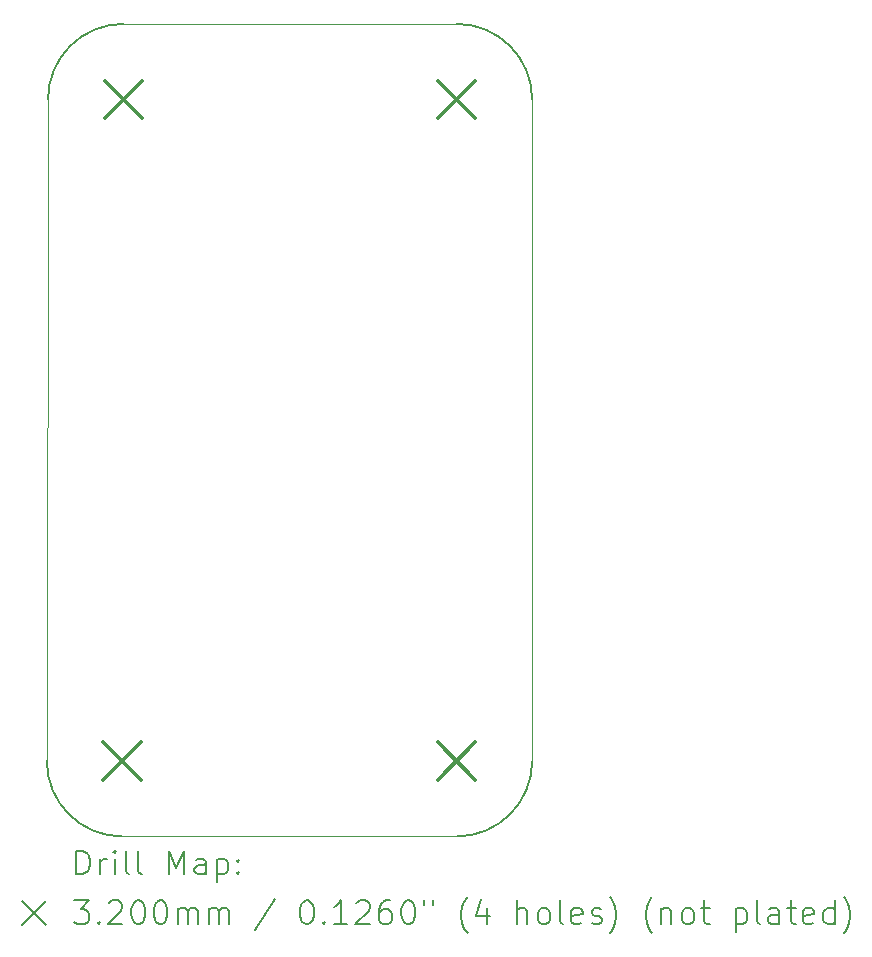
<source format=gbr>
%TF.GenerationSoftware,KiCad,Pcbnew,7.0.7*%
%TF.CreationDate,2023-10-16T17:55:57+02:00*%
%TF.ProjectId,arduino-nano-radio-transmitter,61726475-696e-46f2-9d6e-616e6f2d7261,0*%
%TF.SameCoordinates,Original*%
%TF.FileFunction,Drillmap*%
%TF.FilePolarity,Positive*%
%FSLAX45Y45*%
G04 Gerber Fmt 4.5, Leading zero omitted, Abs format (unit mm)*
G04 Created by KiCad (PCBNEW 7.0.7) date 2023-10-16 17:55:57*
%MOMM*%
%LPD*%
G01*
G04 APERTURE LIST*
%ADD10C,0.100000*%
%ADD11C,0.200000*%
%ADD12C,0.320000*%
G04 APERTURE END LIST*
D10*
X7840000Y-3310000D02*
X10660000Y-3310000D01*
X11300000Y-3950000D02*
X11300000Y-9550000D01*
X10660000Y-10190000D02*
X7830000Y-10190000D01*
D11*
X7190000Y-9550000D02*
G75*
G03*
X7830000Y-10190000I640000J0D01*
G01*
X11300000Y-3950000D02*
G75*
G03*
X10660000Y-3310000I-640000J0D01*
G01*
D10*
X7190000Y-9550000D02*
X7200000Y-3950000D01*
D11*
X7840000Y-3310000D02*
G75*
G03*
X7200000Y-3950000I0J-640000D01*
G01*
X10660000Y-10190000D02*
G75*
G03*
X11300000Y-9550000I0J640000D01*
G01*
D12*
X7670000Y-9390000D02*
X7990000Y-9710000D01*
X7990000Y-9390000D02*
X7670000Y-9710000D01*
X7680000Y-3790000D02*
X8000000Y-4110000D01*
X8000000Y-3790000D02*
X7680000Y-4110000D01*
X10500000Y-3790000D02*
X10820000Y-4110000D01*
X10820000Y-3790000D02*
X10500000Y-4110000D01*
X10500000Y-9390000D02*
X10820000Y-9710000D01*
X10820000Y-9390000D02*
X10500000Y-9710000D01*
D11*
X7440777Y-10511484D02*
X7440777Y-10311484D01*
X7440777Y-10311484D02*
X7488396Y-10311484D01*
X7488396Y-10311484D02*
X7516967Y-10321008D01*
X7516967Y-10321008D02*
X7536015Y-10340055D01*
X7536015Y-10340055D02*
X7545539Y-10359103D01*
X7545539Y-10359103D02*
X7555062Y-10397198D01*
X7555062Y-10397198D02*
X7555062Y-10425770D01*
X7555062Y-10425770D02*
X7545539Y-10463865D01*
X7545539Y-10463865D02*
X7536015Y-10482912D01*
X7536015Y-10482912D02*
X7516967Y-10501960D01*
X7516967Y-10501960D02*
X7488396Y-10511484D01*
X7488396Y-10511484D02*
X7440777Y-10511484D01*
X7640777Y-10511484D02*
X7640777Y-10378150D01*
X7640777Y-10416246D02*
X7650301Y-10397198D01*
X7650301Y-10397198D02*
X7659824Y-10387674D01*
X7659824Y-10387674D02*
X7678872Y-10378150D01*
X7678872Y-10378150D02*
X7697920Y-10378150D01*
X7764586Y-10511484D02*
X7764586Y-10378150D01*
X7764586Y-10311484D02*
X7755062Y-10321008D01*
X7755062Y-10321008D02*
X7764586Y-10330531D01*
X7764586Y-10330531D02*
X7774110Y-10321008D01*
X7774110Y-10321008D02*
X7764586Y-10311484D01*
X7764586Y-10311484D02*
X7764586Y-10330531D01*
X7888396Y-10511484D02*
X7869348Y-10501960D01*
X7869348Y-10501960D02*
X7859824Y-10482912D01*
X7859824Y-10482912D02*
X7859824Y-10311484D01*
X7993158Y-10511484D02*
X7974110Y-10501960D01*
X7974110Y-10501960D02*
X7964586Y-10482912D01*
X7964586Y-10482912D02*
X7964586Y-10311484D01*
X8221729Y-10511484D02*
X8221729Y-10311484D01*
X8221729Y-10311484D02*
X8288396Y-10454341D01*
X8288396Y-10454341D02*
X8355062Y-10311484D01*
X8355062Y-10311484D02*
X8355062Y-10511484D01*
X8536015Y-10511484D02*
X8536015Y-10406722D01*
X8536015Y-10406722D02*
X8526491Y-10387674D01*
X8526491Y-10387674D02*
X8507444Y-10378150D01*
X8507444Y-10378150D02*
X8469348Y-10378150D01*
X8469348Y-10378150D02*
X8450301Y-10387674D01*
X8536015Y-10501960D02*
X8516967Y-10511484D01*
X8516967Y-10511484D02*
X8469348Y-10511484D01*
X8469348Y-10511484D02*
X8450301Y-10501960D01*
X8450301Y-10501960D02*
X8440777Y-10482912D01*
X8440777Y-10482912D02*
X8440777Y-10463865D01*
X8440777Y-10463865D02*
X8450301Y-10444817D01*
X8450301Y-10444817D02*
X8469348Y-10435293D01*
X8469348Y-10435293D02*
X8516967Y-10435293D01*
X8516967Y-10435293D02*
X8536015Y-10425770D01*
X8631253Y-10378150D02*
X8631253Y-10578150D01*
X8631253Y-10387674D02*
X8650301Y-10378150D01*
X8650301Y-10378150D02*
X8688396Y-10378150D01*
X8688396Y-10378150D02*
X8707444Y-10387674D01*
X8707444Y-10387674D02*
X8716967Y-10397198D01*
X8716967Y-10397198D02*
X8726491Y-10416246D01*
X8726491Y-10416246D02*
X8726491Y-10473389D01*
X8726491Y-10473389D02*
X8716967Y-10492436D01*
X8716967Y-10492436D02*
X8707444Y-10501960D01*
X8707444Y-10501960D02*
X8688396Y-10511484D01*
X8688396Y-10511484D02*
X8650301Y-10511484D01*
X8650301Y-10511484D02*
X8631253Y-10501960D01*
X8812205Y-10492436D02*
X8821729Y-10501960D01*
X8821729Y-10501960D02*
X8812205Y-10511484D01*
X8812205Y-10511484D02*
X8802682Y-10501960D01*
X8802682Y-10501960D02*
X8812205Y-10492436D01*
X8812205Y-10492436D02*
X8812205Y-10511484D01*
X8812205Y-10387674D02*
X8821729Y-10397198D01*
X8821729Y-10397198D02*
X8812205Y-10406722D01*
X8812205Y-10406722D02*
X8802682Y-10397198D01*
X8802682Y-10397198D02*
X8812205Y-10387674D01*
X8812205Y-10387674D02*
X8812205Y-10406722D01*
X6980000Y-10740000D02*
X7180000Y-10940000D01*
X7180000Y-10740000D02*
X6980000Y-10940000D01*
X7421729Y-10731484D02*
X7545539Y-10731484D01*
X7545539Y-10731484D02*
X7478872Y-10807674D01*
X7478872Y-10807674D02*
X7507443Y-10807674D01*
X7507443Y-10807674D02*
X7526491Y-10817198D01*
X7526491Y-10817198D02*
X7536015Y-10826722D01*
X7536015Y-10826722D02*
X7545539Y-10845770D01*
X7545539Y-10845770D02*
X7545539Y-10893389D01*
X7545539Y-10893389D02*
X7536015Y-10912436D01*
X7536015Y-10912436D02*
X7526491Y-10921960D01*
X7526491Y-10921960D02*
X7507443Y-10931484D01*
X7507443Y-10931484D02*
X7450301Y-10931484D01*
X7450301Y-10931484D02*
X7431253Y-10921960D01*
X7431253Y-10921960D02*
X7421729Y-10912436D01*
X7631253Y-10912436D02*
X7640777Y-10921960D01*
X7640777Y-10921960D02*
X7631253Y-10931484D01*
X7631253Y-10931484D02*
X7621729Y-10921960D01*
X7621729Y-10921960D02*
X7631253Y-10912436D01*
X7631253Y-10912436D02*
X7631253Y-10931484D01*
X7716967Y-10750531D02*
X7726491Y-10741008D01*
X7726491Y-10741008D02*
X7745539Y-10731484D01*
X7745539Y-10731484D02*
X7793158Y-10731484D01*
X7793158Y-10731484D02*
X7812205Y-10741008D01*
X7812205Y-10741008D02*
X7821729Y-10750531D01*
X7821729Y-10750531D02*
X7831253Y-10769579D01*
X7831253Y-10769579D02*
X7831253Y-10788627D01*
X7831253Y-10788627D02*
X7821729Y-10817198D01*
X7821729Y-10817198D02*
X7707443Y-10931484D01*
X7707443Y-10931484D02*
X7831253Y-10931484D01*
X7955062Y-10731484D02*
X7974110Y-10731484D01*
X7974110Y-10731484D02*
X7993158Y-10741008D01*
X7993158Y-10741008D02*
X8002682Y-10750531D01*
X8002682Y-10750531D02*
X8012205Y-10769579D01*
X8012205Y-10769579D02*
X8021729Y-10807674D01*
X8021729Y-10807674D02*
X8021729Y-10855293D01*
X8021729Y-10855293D02*
X8012205Y-10893389D01*
X8012205Y-10893389D02*
X8002682Y-10912436D01*
X8002682Y-10912436D02*
X7993158Y-10921960D01*
X7993158Y-10921960D02*
X7974110Y-10931484D01*
X7974110Y-10931484D02*
X7955062Y-10931484D01*
X7955062Y-10931484D02*
X7936015Y-10921960D01*
X7936015Y-10921960D02*
X7926491Y-10912436D01*
X7926491Y-10912436D02*
X7916967Y-10893389D01*
X7916967Y-10893389D02*
X7907443Y-10855293D01*
X7907443Y-10855293D02*
X7907443Y-10807674D01*
X7907443Y-10807674D02*
X7916967Y-10769579D01*
X7916967Y-10769579D02*
X7926491Y-10750531D01*
X7926491Y-10750531D02*
X7936015Y-10741008D01*
X7936015Y-10741008D02*
X7955062Y-10731484D01*
X8145539Y-10731484D02*
X8164586Y-10731484D01*
X8164586Y-10731484D02*
X8183634Y-10741008D01*
X8183634Y-10741008D02*
X8193158Y-10750531D01*
X8193158Y-10750531D02*
X8202682Y-10769579D01*
X8202682Y-10769579D02*
X8212205Y-10807674D01*
X8212205Y-10807674D02*
X8212205Y-10855293D01*
X8212205Y-10855293D02*
X8202682Y-10893389D01*
X8202682Y-10893389D02*
X8193158Y-10912436D01*
X8193158Y-10912436D02*
X8183634Y-10921960D01*
X8183634Y-10921960D02*
X8164586Y-10931484D01*
X8164586Y-10931484D02*
X8145539Y-10931484D01*
X8145539Y-10931484D02*
X8126491Y-10921960D01*
X8126491Y-10921960D02*
X8116967Y-10912436D01*
X8116967Y-10912436D02*
X8107443Y-10893389D01*
X8107443Y-10893389D02*
X8097920Y-10855293D01*
X8097920Y-10855293D02*
X8097920Y-10807674D01*
X8097920Y-10807674D02*
X8107443Y-10769579D01*
X8107443Y-10769579D02*
X8116967Y-10750531D01*
X8116967Y-10750531D02*
X8126491Y-10741008D01*
X8126491Y-10741008D02*
X8145539Y-10731484D01*
X8297920Y-10931484D02*
X8297920Y-10798150D01*
X8297920Y-10817198D02*
X8307443Y-10807674D01*
X8307443Y-10807674D02*
X8326491Y-10798150D01*
X8326491Y-10798150D02*
X8355063Y-10798150D01*
X8355063Y-10798150D02*
X8374110Y-10807674D01*
X8374110Y-10807674D02*
X8383634Y-10826722D01*
X8383634Y-10826722D02*
X8383634Y-10931484D01*
X8383634Y-10826722D02*
X8393158Y-10807674D01*
X8393158Y-10807674D02*
X8412205Y-10798150D01*
X8412205Y-10798150D02*
X8440777Y-10798150D01*
X8440777Y-10798150D02*
X8459825Y-10807674D01*
X8459825Y-10807674D02*
X8469348Y-10826722D01*
X8469348Y-10826722D02*
X8469348Y-10931484D01*
X8564586Y-10931484D02*
X8564586Y-10798150D01*
X8564586Y-10817198D02*
X8574110Y-10807674D01*
X8574110Y-10807674D02*
X8593158Y-10798150D01*
X8593158Y-10798150D02*
X8621729Y-10798150D01*
X8621729Y-10798150D02*
X8640777Y-10807674D01*
X8640777Y-10807674D02*
X8650301Y-10826722D01*
X8650301Y-10826722D02*
X8650301Y-10931484D01*
X8650301Y-10826722D02*
X8659825Y-10807674D01*
X8659825Y-10807674D02*
X8678872Y-10798150D01*
X8678872Y-10798150D02*
X8707444Y-10798150D01*
X8707444Y-10798150D02*
X8726491Y-10807674D01*
X8726491Y-10807674D02*
X8736015Y-10826722D01*
X8736015Y-10826722D02*
X8736015Y-10931484D01*
X9126491Y-10721960D02*
X8955063Y-10979103D01*
X9383634Y-10731484D02*
X9402682Y-10731484D01*
X9402682Y-10731484D02*
X9421729Y-10741008D01*
X9421729Y-10741008D02*
X9431253Y-10750531D01*
X9431253Y-10750531D02*
X9440777Y-10769579D01*
X9440777Y-10769579D02*
X9450301Y-10807674D01*
X9450301Y-10807674D02*
X9450301Y-10855293D01*
X9450301Y-10855293D02*
X9440777Y-10893389D01*
X9440777Y-10893389D02*
X9431253Y-10912436D01*
X9431253Y-10912436D02*
X9421729Y-10921960D01*
X9421729Y-10921960D02*
X9402682Y-10931484D01*
X9402682Y-10931484D02*
X9383634Y-10931484D01*
X9383634Y-10931484D02*
X9364587Y-10921960D01*
X9364587Y-10921960D02*
X9355063Y-10912436D01*
X9355063Y-10912436D02*
X9345539Y-10893389D01*
X9345539Y-10893389D02*
X9336015Y-10855293D01*
X9336015Y-10855293D02*
X9336015Y-10807674D01*
X9336015Y-10807674D02*
X9345539Y-10769579D01*
X9345539Y-10769579D02*
X9355063Y-10750531D01*
X9355063Y-10750531D02*
X9364587Y-10741008D01*
X9364587Y-10741008D02*
X9383634Y-10731484D01*
X9536015Y-10912436D02*
X9545539Y-10921960D01*
X9545539Y-10921960D02*
X9536015Y-10931484D01*
X9536015Y-10931484D02*
X9526491Y-10921960D01*
X9526491Y-10921960D02*
X9536015Y-10912436D01*
X9536015Y-10912436D02*
X9536015Y-10931484D01*
X9736015Y-10931484D02*
X9621729Y-10931484D01*
X9678872Y-10931484D02*
X9678872Y-10731484D01*
X9678872Y-10731484D02*
X9659825Y-10760055D01*
X9659825Y-10760055D02*
X9640777Y-10779103D01*
X9640777Y-10779103D02*
X9621729Y-10788627D01*
X9812206Y-10750531D02*
X9821729Y-10741008D01*
X9821729Y-10741008D02*
X9840777Y-10731484D01*
X9840777Y-10731484D02*
X9888396Y-10731484D01*
X9888396Y-10731484D02*
X9907444Y-10741008D01*
X9907444Y-10741008D02*
X9916968Y-10750531D01*
X9916968Y-10750531D02*
X9926491Y-10769579D01*
X9926491Y-10769579D02*
X9926491Y-10788627D01*
X9926491Y-10788627D02*
X9916968Y-10817198D01*
X9916968Y-10817198D02*
X9802682Y-10931484D01*
X9802682Y-10931484D02*
X9926491Y-10931484D01*
X10097920Y-10731484D02*
X10059825Y-10731484D01*
X10059825Y-10731484D02*
X10040777Y-10741008D01*
X10040777Y-10741008D02*
X10031253Y-10750531D01*
X10031253Y-10750531D02*
X10012206Y-10779103D01*
X10012206Y-10779103D02*
X10002682Y-10817198D01*
X10002682Y-10817198D02*
X10002682Y-10893389D01*
X10002682Y-10893389D02*
X10012206Y-10912436D01*
X10012206Y-10912436D02*
X10021729Y-10921960D01*
X10021729Y-10921960D02*
X10040777Y-10931484D01*
X10040777Y-10931484D02*
X10078872Y-10931484D01*
X10078872Y-10931484D02*
X10097920Y-10921960D01*
X10097920Y-10921960D02*
X10107444Y-10912436D01*
X10107444Y-10912436D02*
X10116968Y-10893389D01*
X10116968Y-10893389D02*
X10116968Y-10845770D01*
X10116968Y-10845770D02*
X10107444Y-10826722D01*
X10107444Y-10826722D02*
X10097920Y-10817198D01*
X10097920Y-10817198D02*
X10078872Y-10807674D01*
X10078872Y-10807674D02*
X10040777Y-10807674D01*
X10040777Y-10807674D02*
X10021729Y-10817198D01*
X10021729Y-10817198D02*
X10012206Y-10826722D01*
X10012206Y-10826722D02*
X10002682Y-10845770D01*
X10240777Y-10731484D02*
X10259825Y-10731484D01*
X10259825Y-10731484D02*
X10278872Y-10741008D01*
X10278872Y-10741008D02*
X10288396Y-10750531D01*
X10288396Y-10750531D02*
X10297920Y-10769579D01*
X10297920Y-10769579D02*
X10307444Y-10807674D01*
X10307444Y-10807674D02*
X10307444Y-10855293D01*
X10307444Y-10855293D02*
X10297920Y-10893389D01*
X10297920Y-10893389D02*
X10288396Y-10912436D01*
X10288396Y-10912436D02*
X10278872Y-10921960D01*
X10278872Y-10921960D02*
X10259825Y-10931484D01*
X10259825Y-10931484D02*
X10240777Y-10931484D01*
X10240777Y-10931484D02*
X10221729Y-10921960D01*
X10221729Y-10921960D02*
X10212206Y-10912436D01*
X10212206Y-10912436D02*
X10202682Y-10893389D01*
X10202682Y-10893389D02*
X10193158Y-10855293D01*
X10193158Y-10855293D02*
X10193158Y-10807674D01*
X10193158Y-10807674D02*
X10202682Y-10769579D01*
X10202682Y-10769579D02*
X10212206Y-10750531D01*
X10212206Y-10750531D02*
X10221729Y-10741008D01*
X10221729Y-10741008D02*
X10240777Y-10731484D01*
X10383634Y-10731484D02*
X10383634Y-10769579D01*
X10459825Y-10731484D02*
X10459825Y-10769579D01*
X10755063Y-11007674D02*
X10745539Y-10998150D01*
X10745539Y-10998150D02*
X10726491Y-10969579D01*
X10726491Y-10969579D02*
X10716968Y-10950531D01*
X10716968Y-10950531D02*
X10707444Y-10921960D01*
X10707444Y-10921960D02*
X10697920Y-10874341D01*
X10697920Y-10874341D02*
X10697920Y-10836246D01*
X10697920Y-10836246D02*
X10707444Y-10788627D01*
X10707444Y-10788627D02*
X10716968Y-10760055D01*
X10716968Y-10760055D02*
X10726491Y-10741008D01*
X10726491Y-10741008D02*
X10745539Y-10712436D01*
X10745539Y-10712436D02*
X10755063Y-10702912D01*
X10916968Y-10798150D02*
X10916968Y-10931484D01*
X10869349Y-10721960D02*
X10821730Y-10864817D01*
X10821730Y-10864817D02*
X10945539Y-10864817D01*
X11174111Y-10931484D02*
X11174111Y-10731484D01*
X11259825Y-10931484D02*
X11259825Y-10826722D01*
X11259825Y-10826722D02*
X11250301Y-10807674D01*
X11250301Y-10807674D02*
X11231253Y-10798150D01*
X11231253Y-10798150D02*
X11202682Y-10798150D01*
X11202682Y-10798150D02*
X11183634Y-10807674D01*
X11183634Y-10807674D02*
X11174111Y-10817198D01*
X11383634Y-10931484D02*
X11364587Y-10921960D01*
X11364587Y-10921960D02*
X11355063Y-10912436D01*
X11355063Y-10912436D02*
X11345539Y-10893389D01*
X11345539Y-10893389D02*
X11345539Y-10836246D01*
X11345539Y-10836246D02*
X11355063Y-10817198D01*
X11355063Y-10817198D02*
X11364587Y-10807674D01*
X11364587Y-10807674D02*
X11383634Y-10798150D01*
X11383634Y-10798150D02*
X11412206Y-10798150D01*
X11412206Y-10798150D02*
X11431253Y-10807674D01*
X11431253Y-10807674D02*
X11440777Y-10817198D01*
X11440777Y-10817198D02*
X11450301Y-10836246D01*
X11450301Y-10836246D02*
X11450301Y-10893389D01*
X11450301Y-10893389D02*
X11440777Y-10912436D01*
X11440777Y-10912436D02*
X11431253Y-10921960D01*
X11431253Y-10921960D02*
X11412206Y-10931484D01*
X11412206Y-10931484D02*
X11383634Y-10931484D01*
X11564587Y-10931484D02*
X11545539Y-10921960D01*
X11545539Y-10921960D02*
X11536015Y-10902912D01*
X11536015Y-10902912D02*
X11536015Y-10731484D01*
X11716968Y-10921960D02*
X11697920Y-10931484D01*
X11697920Y-10931484D02*
X11659825Y-10931484D01*
X11659825Y-10931484D02*
X11640777Y-10921960D01*
X11640777Y-10921960D02*
X11631253Y-10902912D01*
X11631253Y-10902912D02*
X11631253Y-10826722D01*
X11631253Y-10826722D02*
X11640777Y-10807674D01*
X11640777Y-10807674D02*
X11659825Y-10798150D01*
X11659825Y-10798150D02*
X11697920Y-10798150D01*
X11697920Y-10798150D02*
X11716968Y-10807674D01*
X11716968Y-10807674D02*
X11726491Y-10826722D01*
X11726491Y-10826722D02*
X11726491Y-10845770D01*
X11726491Y-10845770D02*
X11631253Y-10864817D01*
X11802682Y-10921960D02*
X11821730Y-10931484D01*
X11821730Y-10931484D02*
X11859825Y-10931484D01*
X11859825Y-10931484D02*
X11878872Y-10921960D01*
X11878872Y-10921960D02*
X11888396Y-10902912D01*
X11888396Y-10902912D02*
X11888396Y-10893389D01*
X11888396Y-10893389D02*
X11878872Y-10874341D01*
X11878872Y-10874341D02*
X11859825Y-10864817D01*
X11859825Y-10864817D02*
X11831253Y-10864817D01*
X11831253Y-10864817D02*
X11812206Y-10855293D01*
X11812206Y-10855293D02*
X11802682Y-10836246D01*
X11802682Y-10836246D02*
X11802682Y-10826722D01*
X11802682Y-10826722D02*
X11812206Y-10807674D01*
X11812206Y-10807674D02*
X11831253Y-10798150D01*
X11831253Y-10798150D02*
X11859825Y-10798150D01*
X11859825Y-10798150D02*
X11878872Y-10807674D01*
X11955063Y-11007674D02*
X11964587Y-10998150D01*
X11964587Y-10998150D02*
X11983634Y-10969579D01*
X11983634Y-10969579D02*
X11993158Y-10950531D01*
X11993158Y-10950531D02*
X12002682Y-10921960D01*
X12002682Y-10921960D02*
X12012206Y-10874341D01*
X12012206Y-10874341D02*
X12012206Y-10836246D01*
X12012206Y-10836246D02*
X12002682Y-10788627D01*
X12002682Y-10788627D02*
X11993158Y-10760055D01*
X11993158Y-10760055D02*
X11983634Y-10741008D01*
X11983634Y-10741008D02*
X11964587Y-10712436D01*
X11964587Y-10712436D02*
X11955063Y-10702912D01*
X12316968Y-11007674D02*
X12307444Y-10998150D01*
X12307444Y-10998150D02*
X12288396Y-10969579D01*
X12288396Y-10969579D02*
X12278872Y-10950531D01*
X12278872Y-10950531D02*
X12269349Y-10921960D01*
X12269349Y-10921960D02*
X12259825Y-10874341D01*
X12259825Y-10874341D02*
X12259825Y-10836246D01*
X12259825Y-10836246D02*
X12269349Y-10788627D01*
X12269349Y-10788627D02*
X12278872Y-10760055D01*
X12278872Y-10760055D02*
X12288396Y-10741008D01*
X12288396Y-10741008D02*
X12307444Y-10712436D01*
X12307444Y-10712436D02*
X12316968Y-10702912D01*
X12393158Y-10798150D02*
X12393158Y-10931484D01*
X12393158Y-10817198D02*
X12402682Y-10807674D01*
X12402682Y-10807674D02*
X12421730Y-10798150D01*
X12421730Y-10798150D02*
X12450301Y-10798150D01*
X12450301Y-10798150D02*
X12469349Y-10807674D01*
X12469349Y-10807674D02*
X12478872Y-10826722D01*
X12478872Y-10826722D02*
X12478872Y-10931484D01*
X12602682Y-10931484D02*
X12583634Y-10921960D01*
X12583634Y-10921960D02*
X12574111Y-10912436D01*
X12574111Y-10912436D02*
X12564587Y-10893389D01*
X12564587Y-10893389D02*
X12564587Y-10836246D01*
X12564587Y-10836246D02*
X12574111Y-10817198D01*
X12574111Y-10817198D02*
X12583634Y-10807674D01*
X12583634Y-10807674D02*
X12602682Y-10798150D01*
X12602682Y-10798150D02*
X12631253Y-10798150D01*
X12631253Y-10798150D02*
X12650301Y-10807674D01*
X12650301Y-10807674D02*
X12659825Y-10817198D01*
X12659825Y-10817198D02*
X12669349Y-10836246D01*
X12669349Y-10836246D02*
X12669349Y-10893389D01*
X12669349Y-10893389D02*
X12659825Y-10912436D01*
X12659825Y-10912436D02*
X12650301Y-10921960D01*
X12650301Y-10921960D02*
X12631253Y-10931484D01*
X12631253Y-10931484D02*
X12602682Y-10931484D01*
X12726492Y-10798150D02*
X12802682Y-10798150D01*
X12755063Y-10731484D02*
X12755063Y-10902912D01*
X12755063Y-10902912D02*
X12764587Y-10921960D01*
X12764587Y-10921960D02*
X12783634Y-10931484D01*
X12783634Y-10931484D02*
X12802682Y-10931484D01*
X13021730Y-10798150D02*
X13021730Y-10998150D01*
X13021730Y-10807674D02*
X13040777Y-10798150D01*
X13040777Y-10798150D02*
X13078873Y-10798150D01*
X13078873Y-10798150D02*
X13097920Y-10807674D01*
X13097920Y-10807674D02*
X13107444Y-10817198D01*
X13107444Y-10817198D02*
X13116968Y-10836246D01*
X13116968Y-10836246D02*
X13116968Y-10893389D01*
X13116968Y-10893389D02*
X13107444Y-10912436D01*
X13107444Y-10912436D02*
X13097920Y-10921960D01*
X13097920Y-10921960D02*
X13078873Y-10931484D01*
X13078873Y-10931484D02*
X13040777Y-10931484D01*
X13040777Y-10931484D02*
X13021730Y-10921960D01*
X13231253Y-10931484D02*
X13212206Y-10921960D01*
X13212206Y-10921960D02*
X13202682Y-10902912D01*
X13202682Y-10902912D02*
X13202682Y-10731484D01*
X13393158Y-10931484D02*
X13393158Y-10826722D01*
X13393158Y-10826722D02*
X13383634Y-10807674D01*
X13383634Y-10807674D02*
X13364587Y-10798150D01*
X13364587Y-10798150D02*
X13326492Y-10798150D01*
X13326492Y-10798150D02*
X13307444Y-10807674D01*
X13393158Y-10921960D02*
X13374111Y-10931484D01*
X13374111Y-10931484D02*
X13326492Y-10931484D01*
X13326492Y-10931484D02*
X13307444Y-10921960D01*
X13307444Y-10921960D02*
X13297920Y-10902912D01*
X13297920Y-10902912D02*
X13297920Y-10883865D01*
X13297920Y-10883865D02*
X13307444Y-10864817D01*
X13307444Y-10864817D02*
X13326492Y-10855293D01*
X13326492Y-10855293D02*
X13374111Y-10855293D01*
X13374111Y-10855293D02*
X13393158Y-10845770D01*
X13459825Y-10798150D02*
X13536015Y-10798150D01*
X13488396Y-10731484D02*
X13488396Y-10902912D01*
X13488396Y-10902912D02*
X13497920Y-10921960D01*
X13497920Y-10921960D02*
X13516968Y-10931484D01*
X13516968Y-10931484D02*
X13536015Y-10931484D01*
X13678873Y-10921960D02*
X13659825Y-10931484D01*
X13659825Y-10931484D02*
X13621730Y-10931484D01*
X13621730Y-10931484D02*
X13602682Y-10921960D01*
X13602682Y-10921960D02*
X13593158Y-10902912D01*
X13593158Y-10902912D02*
X13593158Y-10826722D01*
X13593158Y-10826722D02*
X13602682Y-10807674D01*
X13602682Y-10807674D02*
X13621730Y-10798150D01*
X13621730Y-10798150D02*
X13659825Y-10798150D01*
X13659825Y-10798150D02*
X13678873Y-10807674D01*
X13678873Y-10807674D02*
X13688396Y-10826722D01*
X13688396Y-10826722D02*
X13688396Y-10845770D01*
X13688396Y-10845770D02*
X13593158Y-10864817D01*
X13859825Y-10931484D02*
X13859825Y-10731484D01*
X13859825Y-10921960D02*
X13840777Y-10931484D01*
X13840777Y-10931484D02*
X13802682Y-10931484D01*
X13802682Y-10931484D02*
X13783634Y-10921960D01*
X13783634Y-10921960D02*
X13774111Y-10912436D01*
X13774111Y-10912436D02*
X13764587Y-10893389D01*
X13764587Y-10893389D02*
X13764587Y-10836246D01*
X13764587Y-10836246D02*
X13774111Y-10817198D01*
X13774111Y-10817198D02*
X13783634Y-10807674D01*
X13783634Y-10807674D02*
X13802682Y-10798150D01*
X13802682Y-10798150D02*
X13840777Y-10798150D01*
X13840777Y-10798150D02*
X13859825Y-10807674D01*
X13936015Y-11007674D02*
X13945539Y-10998150D01*
X13945539Y-10998150D02*
X13964587Y-10969579D01*
X13964587Y-10969579D02*
X13974111Y-10950531D01*
X13974111Y-10950531D02*
X13983634Y-10921960D01*
X13983634Y-10921960D02*
X13993158Y-10874341D01*
X13993158Y-10874341D02*
X13993158Y-10836246D01*
X13993158Y-10836246D02*
X13983634Y-10788627D01*
X13983634Y-10788627D02*
X13974111Y-10760055D01*
X13974111Y-10760055D02*
X13964587Y-10741008D01*
X13964587Y-10741008D02*
X13945539Y-10712436D01*
X13945539Y-10712436D02*
X13936015Y-10702912D01*
M02*

</source>
